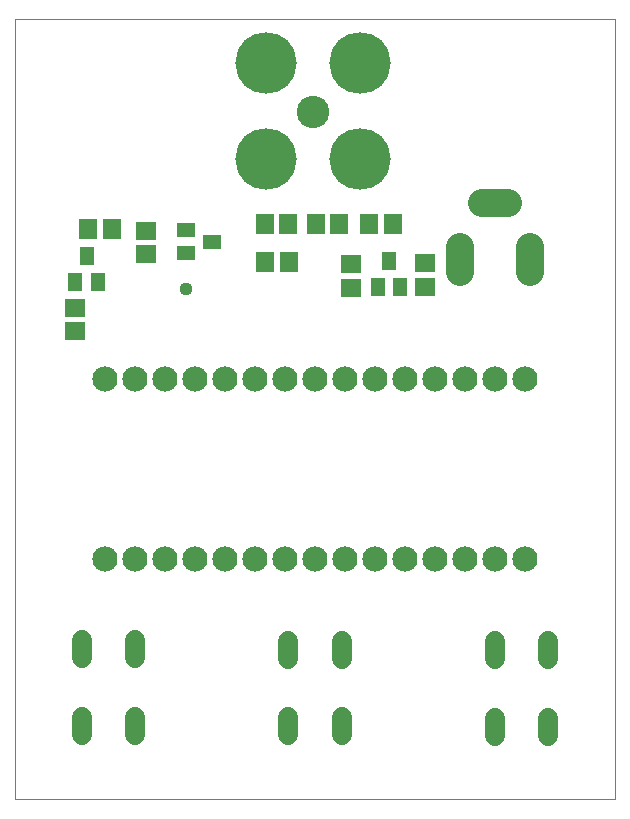
<source format=gts>
G75*
%MOIN*%
%OFA0B0*%
%FSLAX25Y25*%
%IPPOS*%
%LPD*%
%AMOC8*
5,1,8,0,0,1.08239X$1,22.5*
%
%ADD10C,0.00000*%
%ADD11C,0.06800*%
%ADD12C,0.09400*%
%ADD13R,0.05918X0.07099*%
%ADD14R,0.07099X0.05918*%
%ADD15R,0.04737X0.06312*%
%ADD16R,0.06312X0.04737*%
%ADD17C,0.08400*%
%ADD18C,0.20485*%
%ADD19C,0.10800*%
%ADD20R,0.04762X0.04762*%
%ADD21C,0.04369*%
D10*
X0001000Y0001000D02*
X0201000Y0001000D01*
X0201000Y0261000D01*
X0001000Y0261000D01*
X0001000Y0001000D01*
D11*
X0023278Y0022452D02*
X0023278Y0028452D01*
X0023278Y0048052D02*
X0023278Y0054052D01*
X0041078Y0054052D02*
X0041078Y0048052D01*
X0041078Y0028452D02*
X0041078Y0022452D01*
X0092089Y0022340D02*
X0092089Y0028340D01*
X0109889Y0028340D02*
X0109889Y0022340D01*
X0109889Y0047940D02*
X0109889Y0053940D01*
X0092089Y0053940D02*
X0092089Y0047940D01*
X0160940Y0047900D02*
X0160940Y0053900D01*
X0178740Y0053900D02*
X0178740Y0047900D01*
X0178740Y0028300D02*
X0178740Y0022300D01*
X0160940Y0022300D02*
X0160940Y0028300D01*
D12*
X0149189Y0176700D02*
X0149189Y0185300D01*
X0156700Y0199898D02*
X0165300Y0199898D01*
X0172811Y0185300D02*
X0172811Y0176700D01*
D13*
X0126859Y0192701D03*
X0118985Y0192701D03*
X0109129Y0192729D03*
X0101255Y0192729D03*
X0092077Y0192672D03*
X0084203Y0192672D03*
X0084397Y0180061D03*
X0092271Y0180061D03*
X0033187Y0191200D03*
X0025313Y0191200D03*
D14*
X0044625Y0190596D03*
X0044625Y0182722D03*
X0021000Y0164937D03*
X0021000Y0157063D03*
X0112902Y0171608D03*
X0112902Y0179482D03*
X0137664Y0179781D03*
X0137664Y0171907D03*
D15*
X0129377Y0171700D03*
X0125637Y0180361D03*
X0121897Y0171700D03*
X0028613Y0173499D03*
X0021133Y0173499D03*
X0024873Y0182160D03*
D16*
X0058014Y0183223D03*
X0058014Y0190703D03*
X0066676Y0186963D03*
D17*
X0071085Y0141051D03*
X0061085Y0141051D03*
X0051085Y0141051D03*
X0041085Y0141051D03*
X0031085Y0141051D03*
X0031085Y0081051D03*
X0041085Y0081051D03*
X0051085Y0081051D03*
X0061085Y0081051D03*
X0071085Y0081051D03*
X0081085Y0081051D03*
X0091085Y0081051D03*
X0101085Y0081051D03*
X0111085Y0081051D03*
X0121085Y0081051D03*
X0131085Y0081051D03*
X0141085Y0081051D03*
X0151085Y0081051D03*
X0161085Y0081051D03*
X0171085Y0081051D03*
X0171085Y0141051D03*
X0161085Y0141051D03*
X0151085Y0141051D03*
X0141085Y0141051D03*
X0131085Y0141051D03*
X0121085Y0141051D03*
X0111085Y0141051D03*
X0101085Y0141051D03*
X0091085Y0141051D03*
X0081085Y0141051D03*
D18*
X0084543Y0214465D03*
X0084543Y0246354D03*
X0116039Y0246354D03*
X0116039Y0214465D03*
D19*
X0100291Y0230213D03*
D20*
X0172895Y0176496D03*
D21*
X0058087Y0171070D03*
M02*

</source>
